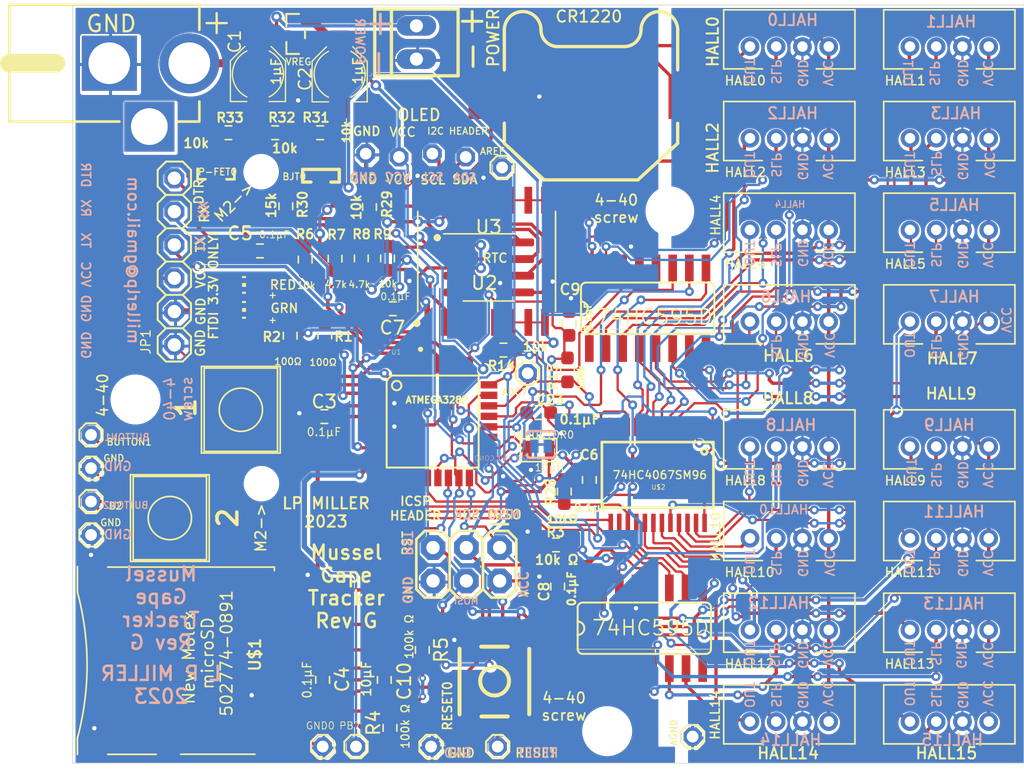
<source format=kicad_pcb>
(kicad_pcb (version 20221018) (generator pcbnew)

  (general
    (thickness 1.6)
  )

  (paper "A4")
  (layers
    (0 "F.Cu" signal)
    (31 "B.Cu" signal)
    (32 "B.Adhes" user "B.Adhesive")
    (33 "F.Adhes" user "F.Adhesive")
    (34 "B.Paste" user)
    (35 "F.Paste" user)
    (36 "B.SilkS" user "B.Silkscreen")
    (37 "F.SilkS" user "F.Silkscreen")
    (38 "B.Mask" user)
    (39 "F.Mask" user)
    (40 "Dwgs.User" user "User.Drawings")
    (41 "Cmts.User" user "User.Comments")
    (42 "Eco1.User" user "User.Eco1")
    (43 "Eco2.User" user "User.Eco2")
    (44 "Edge.Cuts" user)
    (45 "Margin" user)
    (46 "B.CrtYd" user "B.Courtyard")
    (47 "F.CrtYd" user "F.Courtyard")
    (48 "B.Fab" user)
    (49 "F.Fab" user)
    (50 "User.1" user)
    (51 "User.2" user)
    (52 "User.3" user)
    (53 "User.4" user)
    (54 "User.5" user)
    (55 "User.6" user)
    (56 "User.7" user)
    (57 "User.8" user)
    (58 "User.9" user)
  )

  (setup
    (stackup
      (layer "F.SilkS" (type "Top Silk Screen"))
      (layer "F.Paste" (type "Top Solder Paste"))
      (layer "F.Mask" (type "Top Solder Mask") (thickness 0.01))
      (layer "F.Cu" (type "copper") (thickness 0.035))
      (layer "dielectric 1" (type "core") (thickness 1.51) (material "FR4") (epsilon_r 4.5) (loss_tangent 0.02))
      (layer "B.Cu" (type "copper") (thickness 0.035))
      (layer "B.Mask" (type "Bottom Solder Mask") (thickness 0.01))
      (layer "B.Paste" (type "Bottom Solder Paste"))
      (layer "B.SilkS" (type "Bottom Silk Screen"))
      (copper_finish "None")
      (dielectric_constraints no)
    )
    (pad_to_mask_clearance 0.0508)
    (grid_origin 116.0124 80.3094)
    (pcbplotparams
      (layerselection 0x0001008_7ffffffe)
      (plot_on_all_layers_selection 0x0000000_00000000)
      (disableapertmacros false)
      (usegerberextensions false)
      (usegerberattributes true)
      (usegerberadvancedattributes true)
      (creategerberjobfile true)
      (dashed_line_dash_ratio 12.000000)
      (dashed_line_gap_ratio 3.000000)
      (svgprecision 6)
      (plotframeref false)
      (viasonmask false)
      (mode 1)
      (useauxorigin false)
      (hpglpennumber 1)
      (hpglpenspeed 20)
      (hpglpendiameter 15.000000)
      (dxfpolygonmode true)
      (dxfimperialunits true)
      (dxfusepcbnewfont true)
      (psnegative false)
      (psa4output false)
      (plotreference true)
      (plotvalue true)
      (plotinvisibletext false)
      (sketchpadsonfab false)
      (subtractmaskfromsilk false)
      (outputformat 1)
      (mirror false)
      (drillshape 0)
      (scaleselection 1)
      (outputdirectory "gerbers/")
    )
  )

  (net 0 "")
  (net 1 "GND")
  (net 2 "VCC")
  (net 3 "/GATE")
  (net 4 "/VRAW1")
  (net 5 "/DTR")
  (net 6 "/RESET")
  (net 7 "/CS_SHIFT_REG")
  (net 8 "/AVCC")
  (net 9 "/AGND")
  (net 10 "/VBAT")
  (net 11 "/HALL0_~{SLEEP}")
  (net 12 "/HALL0_OUTPUT")
  (net 13 "/HALL1_~{SLEEP}")
  (net 14 "/HALL1_OUTPUT")
  (net 15 "/HALL2_~{SLEEP}")
  (net 16 "/HALL2_OUTPUT")
  (net 17 "/HALL3_~{SLEEP}")
  (net 18 "/HALL3_OUTPUT")
  (net 19 "/HALL4_~{SLEEP}")
  (net 20 "/HALL4_OUTPUT")
  (net 21 "/HALL5_~{SLEEP}")
  (net 22 "/HALL5_OUTPUT")
  (net 23 "/HALL6_~{SLEEP}")
  (net 24 "/HALL6_OUTPUT")
  (net 25 "/HALL7_~{SLEEP}")
  (net 26 "/HALL7_OUTPUT")
  (net 27 "/HALL8_~{SLEEP}")
  (net 28 "/HALL8_OUTPUT")
  (net 29 "/HALL9_~{SLEEP}")
  (net 30 "/HALL9_OUTPUT")
  (net 31 "/HALL10_~{SLEEP}")
  (net 32 "/HALL10_OUTPUT")
  (net 33 "/HALL11_~{SLEEP}")
  (net 34 "/HALL11_OUTPUT")
  (net 35 "/HALL12_~{SLEEP}")
  (net 36 "/HALL12_OUTPUT")
  (net 37 "/HALL13_~{SLEEP}")
  (net 38 "/HALL13_OUTPUT")
  (net 39 "/HALL14_~{SLEEP}")
  (net 40 "/HALL14_OUTPUT")
  (net 41 "/HALL15_~{SLEEP}")
  (net 42 "/HALL15_OUTPUT")
  (net 43 "/MISO")
  (net 44 "/SCK")
  (net 45 "/MOSI")
  (net 46 "/TO_FTDI_TX")
  (net 47 "/TO_FTDI_RX")
  (net 48 "Net-(LED1-PadA)")
  (net 49 "Net-(LED2-PadA)")
  (net 50 "/SCL")
  (net 51 "/SDA")
  (net 52 "/PB7")
  (net 53 "/LED_RED")
  (net 54 "/LED_GRN")
  (net 55 "/32KHZ")
  (net 56 "/SHIFT_CLEAR")
  (net 57 "/ANALOG_0")
  (net 58 "/MUX_~{EN}")
  (net 59 "/BATT_MONITOR")
  (net 60 "/BATT_MONITOR_EN")
  (net 61 "Net-(BJT0-B)")
  (net 62 "Net-(P-FET0-D)")
  (net 63 "/CS_SD")
  (net 64 "/MUX_S0")
  (net 65 "/MUX_S1")
  (net 66 "/MUX_S3")
  (net 67 "/MUX_S2")
  (net 68 "/BUTTON1")
  (net 69 "/BUTTON2")
  (net 70 "/AREF")
  (net 71 "unconnected-(BUTTON2-PadP)")
  (net 72 "unconnected-(BUTTON2-PadS)")
  (net 73 "unconnected-(BUTTON1-PadP)")
  (net 74 "unconnected-(BUTTON1-PadS)")
  (net 75 "Net-(U$1-DAT2_RES)")
  (net 76 "Net-(U$1-DAT1_NC)")
  (net 77 "unconnected-(RESET0-P-PadP$1)")
  (net 78 "unconnected-(RESET0-S-PadP$3)")
  (net 79 "Net-(SHIFT_0-QH*)")
  (net 80 "unconnected-(SHIFT_1-QH*-Pad9)")
  (net 81 "unconnected-(U$1-CARD_DETECT-PadCARD_DETECT1)")
  (net 82 "unconnected-(U$1-CARD_DETECT1-PadCARD_DETECT2)")
  (net 83 "unconnected-(U2-~{NT{slash}SQW}-Pad3)")
  (net 84 "unconnected-(U2-~{RST}-Pad4)")
  (net 85 "unconnected-(U2-N.C.-Pad10)")
  (net 86 "unconnected-(U3-~{INT}{slash}SQW-Pad3)")
  (net 87 "unconnected-(U3-~{RST}-Pad4)")
  (net 88 "unconnected-(UNK2,1MM_JACK0-GNDBREAK-PadP$3)")

  (footprint "MusselGapeTracker_RevE:SOT95P237X112-3N" (layer "F.Cu") (at 114.975 78.375 90))

  (footprint "Resistor_SMD:R_0603_1608Metric_Pad0.98x0.95mm_HandSolder" (layer "F.Cu") (at 121.975 95.475 90))

  (footprint "Resistor_SMD:R_0603_1608Metric_Pad0.98x0.95mm_HandSolder" (layer "F.Cu") (at 134.8105 117.3101))

  (footprint "MusselGapeTracker_RevE:1X01_SMALL" (layer "F.Cu") (at 130.3655 132.6771))

  (footprint "MusselGapeTracker_RevE:STAND-OFF" (layer "F.Cu") (at 102.6795 106.1341))

  (footprint "MusselGapeTracker_RevE:PUSHBUTTON_DPST_SMD" (layer "F.Cu") (at 105.3846 115.2652))

  (footprint "MusselGapeTracker_RevE:JST-PH-4-THM" (layer "F.Cu") (at 152.5905 100.2921))

  (footprint "MusselGapeTracker_RevE:1X01_SMALL" (layer "F.Cu") (at 132.6515 104.2291))

  (footprint "MusselGapeTracker_RevE:JST-PH-4-THM" (layer "F.Cu") (at 164.7825 109.8171))

  (footprint "MusselGapeTracker_RevE:SO16" (layer "F.Cu") (at 141.5415 123.6601))

  (footprint "MusselGapeTracker_RevE:PANASONIC_B" (layer "F.Cu") (at 112.1 81.425 90))

  (footprint "Resistor_SMD:R_0603_1608Metric_Pad0.98x0.95mm_HandSolder" (layer "F.Cu") (at 134.9375 120.4851 90))

  (footprint "Resistor_SMD:R_0603_1608Metric_Pad0.98x0.95mm_HandSolder" (layer "F.Cu") (at 130.81 102.4636 180))

  (footprint "MusselGapeTracker_RevE:JST-PH-4-THM" (layer "F.Cu") (at 152.5905 116.8021))

  (footprint "MusselGapeTracker_RevE:CHIPLED_0805" (layer "F.Cu") (at 111.1885 99.4031 90))

  (footprint "MusselGapeTracker_RevE:PUSHBUTTON_DPST_SMD" (layer "F.Cu") (at 110.7948 107.0102))

  (footprint "MusselGapeTracker_RevE:2X3" (layer "F.Cu") (at 127.9779 117.5133 180))

  (footprint "MusselGapeTracker_RevE:STAND-OFF_M2" (layer "F.Cu") (at 112.25 88.775))

  (footprint "MusselGapeTracker_RevE:1X01_SMALL" (layer "F.Cu") (at 130.7 88.55))

  (footprint "MusselGapeTracker_RevE:JST-PH-4-THM" (layer "F.Cu") (at 164.7825 116.8021))

  (footprint "MusselGapeTracker_RevE:JST-PH-4-THM" (layer "F.Cu") (at 164.7825 130.7721))

  (footprint "Resistor_SMD:R_0603_1608Metric_Pad0.98x0.95mm_HandSolder" (layer "F.Cu") (at 135.6868 103.9751 90))

  (footprint "MusselGapeTracker_RevE:1X01_SMALL" (layer "F.Cu") (at 99.3775 108.9281))

  (footprint "MusselGapeTracker_RevE:1X01_SMALL" (layer "F.Cu") (at 99.3775 111.4681))

  (footprint "Resistor_SMD:R_0603_1608Metric_Pad0.98x0.95mm_HandSolder" (layer "F.Cu") (at 122.1613 131.2547 90))

  (footprint "Resistor_SMD:R_0603_1608Metric_Pad0.98x0.95mm_HandSolder" (layer "F.Cu") (at 113.4106 85.904))

  (footprint "MusselGapeTracker_RevE:1X01_SMALL" (layer "F.Cu") (at 119.5705 132.6771))

  (footprint "Resistor_SMD:R_0603_1608Metric_Pad0.98x0.95mm_HandSolder" (layer "F.Cu") (at 109.8546 85.904 180))

  (footprint "MusselGapeTracker_RevE:1X04_LOCK" (layer "F.Cu") (at 124.12 87.623))

  (footprint "MusselGapeTracker_RevE:CHIPLED_0805" (layer "F.Cu") (at 111.1885 97.4981 90))

  (footprint "MusselGapeTracker_RevE:STAND-OFF" (layer "F.Cu") (at 138.6205 131.4071))

  (footprint "MusselGapeTracker_RevE:PANASONIC_B" (layer "F.Cu") (at 118.325 81.45 90))

  (footprint "MusselGapeTracker_RevE:JST-PH-4-THM" (layer "F.Cu") (at 152.5905 79.3371))

  (footprint "Resistor_SMD:R_0603_1608Metric_Pad0.98x0.95mm_HandSolder" (layer "F.Cu") (at 133.4897 107.2263))

  (footprint "Resistor_SMD:R_0603_1608Metric_Pad0.98x0.95mm_HandSolder" (layer "F.Cu") (at 117.1575 107.5311 180))

  (footprint "MusselGapeTracker_RevE:JST-PH-4-THM" (layer "F.Cu") (at 152.5905 123.7871))

  (footprint "Resistor_SMD:R_0603_1608Metric_Pad0.98x0.95mm_HandSolder" (layer "F.Cu") (at 135.4455 113.2461 90))

  (footprint "MusselGapeTracker_RevE:CR1220_BATTERY_HOLDER_SMD" (layer "F.Cu") (at 137.4775 83.1471))

  (footprint "Resistor_SMD:R_0603_1608Metric_Pad0.98x0.95mm_HandSolder" (layer "F.Cu") (at 115.7 95.575 90))

  (footprint "MusselGapeTracker_RevE:1X01_SMALL" (layer "F.Cu") (at 99.3775 114.0081))

  (footprint "MusselGapeTracker_RevE:JST-PH-4-THM" (layer "F.Cu") (at 152.5905 109.8171))

  (footprint "MusselGapeTracker_RevE:JST-PH-4-THM" (layer "F.Cu") (at 152.5905 86.3221))

  (footprint "Resistor_SMD:R_0603_1608Metric_Pad0.98x0.95mm_HandSolder" (layer "F.Cu") (at 117.1956 101.346 -90))

  (footprint "Resistor_SMD:R_0603_1608Metric_Pad0.98x0.95mm_HandSolder" (layer "F.Cu") (at 120.5992 91.567 -90))

  (footprint "Resistor_SMD:R_0603_1608Metric_Pad0.98x0.95mm_HandSolder" (layer "F.Cu") (at 137.3505 112.3571 90))

  (footprint "Resistor_SMD:R_0603_1608Metric_Pad0.98x0.95mm_HandSolder" (layer "F.Cu") (at 124.6251 125.3111 -90))

  (footprint "MusselGapeTracker_RevE:1X06-RIGHT_ANGLE" (layer "F.Cu") (at 105.7275 102.0701 90))

  (footprint "Resistor_SMD:R_0603_1608Metric_Pad0.98x0.95mm_HandSolder" (layer "F.Cu") (at 117.975 95.5 90))

  (footprint "MusselGapeTracker_RevE:1X01_SMALL" (layer "F.Cu") (at 99.3775 116.5481))

  (footprint "MusselGapeTracker_RevE:SO16" (layer "F.Cu")
    (tstamp 8b2cfe4a-03a1-4f89-aa1b-279a2eb90e06)
    (at 141.7955 99.2761)
    (descr "<b>Small Outline package</b> 150 mil")
    (property "Sheetfile" "MusselGapeTracker_RevG.kicad_sch")
    (property "Sheetname" "")
    (path "/69329a4a-53c0-4f0f-a6d3-d1dc34717e8e")
    (fp_text reference "SHIFT_0" (at -5.461 1.778 90) (layer "F.SilkS") hide
        (effects (font (size 1.143 1.143) (thickness 0.127)) (justify left bottom))
      (tstamp 618f2125-96c0-42c2-8ba8-a822aef05b8e)
    )
    (fp_text value "74HC595D" (at -4.0331 1.
... [989606 chars truncated]
</source>
